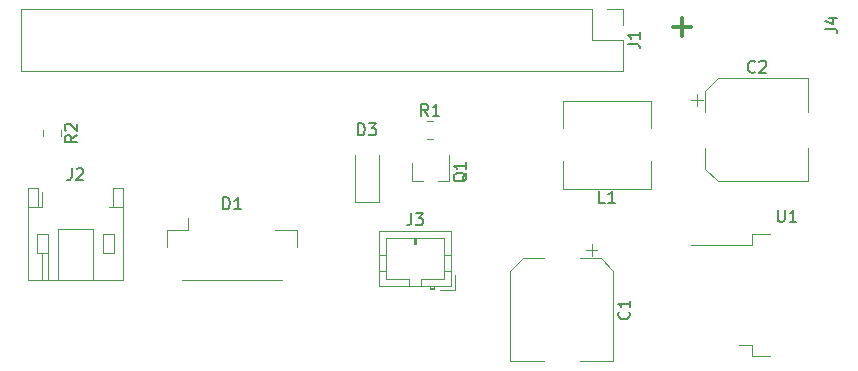
<source format=gbr>
%TF.GenerationSoftware,KiCad,Pcbnew,5.1.7*%
%TF.CreationDate,2020-11-04T07:04:29+03:00*%
%TF.ProjectId,rpi2_hls_lfcd2,72706932-5f68-46c7-935f-6c666364322e,rev?*%
%TF.SameCoordinates,Original*%
%TF.FileFunction,Legend,Top*%
%TF.FilePolarity,Positive*%
%FSLAX46Y46*%
G04 Gerber Fmt 4.6, Leading zero omitted, Abs format (unit mm)*
G04 Created by KiCad (PCBNEW 5.1.7) date 2020-11-04 07:04:29*
%MOMM*%
%LPD*%
G01*
G04 APERTURE LIST*
%ADD10C,0.300000*%
%ADD11C,0.120000*%
%ADD12C,0.150000*%
G04 APERTURE END LIST*
D10*
X198628095Y-71262857D02*
X200151904Y-71262857D01*
X199390000Y-72024761D02*
X199390000Y-70500952D01*
D11*
%TO.C,J3*%
X180160000Y-93550000D02*
X180160000Y-92300000D01*
X178910000Y-93550000D02*
X180160000Y-93550000D01*
X176800000Y-89140000D02*
X176800000Y-89640000D01*
X176700000Y-89640000D02*
X176700000Y-89140000D01*
X176900000Y-89640000D02*
X176700000Y-89640000D01*
X176900000Y-89140000D02*
X176900000Y-89640000D01*
X173740000Y-90640000D02*
X174350000Y-90640000D01*
X173740000Y-91940000D02*
X174350000Y-91940000D01*
X179860000Y-90640000D02*
X179250000Y-90640000D01*
X179860000Y-91940000D02*
X179250000Y-91940000D01*
X176300000Y-92640000D02*
X176300000Y-93250000D01*
X174350000Y-92640000D02*
X176300000Y-92640000D01*
X174350000Y-89140000D02*
X174350000Y-92640000D01*
X179250000Y-89140000D02*
X174350000Y-89140000D01*
X179250000Y-92640000D02*
X179250000Y-89140000D01*
X177300000Y-92640000D02*
X179250000Y-92640000D01*
X177300000Y-93250000D02*
X177300000Y-92640000D01*
X178100000Y-93350000D02*
X178400000Y-93350000D01*
X178400000Y-93450000D02*
X178400000Y-93250000D01*
X178100000Y-93450000D02*
X178400000Y-93450000D01*
X178100000Y-93250000D02*
X178100000Y-93450000D01*
X173740000Y-93250000D02*
X179860000Y-93250000D01*
X173740000Y-88530000D02*
X173740000Y-93250000D01*
X179860000Y-88530000D02*
X173740000Y-88530000D01*
X179860000Y-93250000D02*
X179860000Y-88530000D01*
%TO.C,J2*%
X145190000Y-86500000D02*
X145190000Y-85285000D01*
X145250000Y-90460000D02*
X145250000Y-92720000D01*
X145750000Y-90460000D02*
X145750000Y-92720000D01*
X150350000Y-88860000D02*
X151350000Y-88860000D01*
X150350000Y-90460000D02*
X150350000Y-88860000D01*
X151350000Y-90460000D02*
X150350000Y-90460000D01*
X151350000Y-88860000D02*
X151350000Y-90460000D01*
X145750000Y-88860000D02*
X144750000Y-88860000D01*
X145750000Y-90460000D02*
X145750000Y-88860000D01*
X144750000Y-90460000D02*
X145750000Y-90460000D01*
X144750000Y-88860000D02*
X144750000Y-90460000D01*
X152110000Y-86500000D02*
X151190000Y-86500000D01*
X143990000Y-86500000D02*
X144910000Y-86500000D01*
X149550000Y-88360000D02*
X149550000Y-92720000D01*
X146550000Y-88360000D02*
X149550000Y-88360000D01*
X146550000Y-92720000D02*
X146550000Y-88360000D01*
X151190000Y-86500000D02*
X150910000Y-86500000D01*
X151190000Y-84900000D02*
X151190000Y-86500000D01*
X152110000Y-84900000D02*
X151190000Y-84900000D01*
X152110000Y-92720000D02*
X152110000Y-84900000D01*
X143990000Y-92720000D02*
X152110000Y-92720000D01*
X143990000Y-84900000D02*
X143990000Y-92720000D01*
X144910000Y-84900000D02*
X143990000Y-84900000D01*
X144910000Y-86500000D02*
X144910000Y-84900000D01*
X145190000Y-86500000D02*
X144910000Y-86500000D01*
%TO.C,C2*%
X200640000Y-77000000D02*
X200640000Y-78000000D01*
X200140000Y-77500000D02*
X201140000Y-77500000D01*
X201380000Y-83305563D02*
X202444437Y-84370000D01*
X201380000Y-76714437D02*
X202444437Y-75650000D01*
X201380000Y-76714437D02*
X201380000Y-78500000D01*
X201380000Y-83305563D02*
X201380000Y-81520000D01*
X202444437Y-84370000D02*
X210100000Y-84370000D01*
X202444437Y-75650000D02*
X210100000Y-75650000D01*
X210100000Y-75650000D02*
X210100000Y-78500000D01*
X210100000Y-84370000D02*
X210100000Y-81520000D01*
%TO.C,J1*%
X194370000Y-69790000D02*
X194370000Y-71120000D01*
X193040000Y-69790000D02*
X194370000Y-69790000D01*
X194370000Y-72390000D02*
X194370000Y-74990000D01*
X191770000Y-72390000D02*
X194370000Y-72390000D01*
X191770000Y-69790000D02*
X191770000Y-72390000D01*
X194370000Y-74990000D02*
X143450000Y-74990000D01*
X191770000Y-69790000D02*
X143450000Y-69790000D01*
X143450000Y-69790000D02*
X143450000Y-74990000D01*
%TO.C,U1*%
X205330000Y-98230000D02*
X204230000Y-98230000D01*
X205330000Y-99180000D02*
X205330000Y-98230000D01*
X206830000Y-99180000D02*
X205330000Y-99180000D01*
X205330000Y-89730000D02*
X200205000Y-89730000D01*
X205330000Y-88780000D02*
X205330000Y-89730000D01*
X206830000Y-88780000D02*
X205330000Y-88780000D01*
%TO.C,R2*%
X145315000Y-80052936D02*
X145315000Y-80507064D01*
X146785000Y-80052936D02*
X146785000Y-80507064D01*
%TO.C,R1*%
X177842936Y-80745000D02*
X178297064Y-80745000D01*
X177842936Y-79275000D02*
X178297064Y-79275000D01*
%TO.C,Q1*%
X176540000Y-84310000D02*
X176540000Y-82850000D01*
X179700000Y-84310000D02*
X179700000Y-82150000D01*
X179700000Y-84310000D02*
X178770000Y-84310000D01*
X176540000Y-84310000D02*
X177470000Y-84310000D01*
%TO.C,L1*%
X189340000Y-84980000D02*
X189340000Y-82680000D01*
X196740000Y-84980000D02*
X189340000Y-84980000D01*
X196740000Y-82680000D02*
X196740000Y-84980000D01*
X196740000Y-77580000D02*
X196740000Y-79880000D01*
X189340000Y-77580000D02*
X196740000Y-77580000D01*
X189340000Y-79880000D02*
X189340000Y-77580000D01*
%TO.C,D3*%
X171720000Y-86070000D02*
X171720000Y-82170000D01*
X173720000Y-86070000D02*
X173720000Y-82170000D01*
X171720000Y-86070000D02*
X173720000Y-86070000D01*
%TO.C,D1*%
X157075000Y-92730000D02*
X165505000Y-92730000D01*
X166775000Y-88460000D02*
X164975000Y-88460000D01*
X166775000Y-89910000D02*
X166775000Y-88460000D01*
X157605000Y-88460000D02*
X157605000Y-87470000D01*
X155805000Y-88460000D02*
X157605000Y-88460000D01*
X155805000Y-89910000D02*
X155805000Y-88460000D01*
%TO.C,C1*%
X192240000Y-90150000D02*
X191240000Y-90150000D01*
X191740000Y-89650000D02*
X191740000Y-90650000D01*
X185934437Y-90890000D02*
X184870000Y-91954437D01*
X192525563Y-90890000D02*
X193590000Y-91954437D01*
X192525563Y-90890000D02*
X190740000Y-90890000D01*
X185934437Y-90890000D02*
X187720000Y-90890000D01*
X184870000Y-91954437D02*
X184870000Y-99610000D01*
X193590000Y-91954437D02*
X193590000Y-99610000D01*
X193590000Y-99610000D02*
X190740000Y-99610000D01*
X184870000Y-99610000D02*
X187720000Y-99610000D01*
%TO.C,J4*%
D12*
X211542380Y-71453333D02*
X212256666Y-71453333D01*
X212399523Y-71500952D01*
X212494761Y-71596190D01*
X212542380Y-71739047D01*
X212542380Y-71834285D01*
X211875714Y-70548571D02*
X212542380Y-70548571D01*
X211494761Y-70786666D02*
X212209047Y-71024761D01*
X212209047Y-70405714D01*
%TO.C,J3*%
X176466666Y-87082380D02*
X176466666Y-87796666D01*
X176419047Y-87939523D01*
X176323809Y-88034761D01*
X176180952Y-88082380D01*
X176085714Y-88082380D01*
X176847619Y-87082380D02*
X177466666Y-87082380D01*
X177133333Y-87463333D01*
X177276190Y-87463333D01*
X177371428Y-87510952D01*
X177419047Y-87558571D01*
X177466666Y-87653809D01*
X177466666Y-87891904D01*
X177419047Y-87987142D01*
X177371428Y-88034761D01*
X177276190Y-88082380D01*
X176990476Y-88082380D01*
X176895238Y-88034761D01*
X176847619Y-87987142D01*
%TO.C,J2*%
X147716666Y-83262380D02*
X147716666Y-83976666D01*
X147669047Y-84119523D01*
X147573809Y-84214761D01*
X147430952Y-84262380D01*
X147335714Y-84262380D01*
X148145238Y-83357619D02*
X148192857Y-83310000D01*
X148288095Y-83262380D01*
X148526190Y-83262380D01*
X148621428Y-83310000D01*
X148669047Y-83357619D01*
X148716666Y-83452857D01*
X148716666Y-83548095D01*
X148669047Y-83690952D01*
X148097619Y-84262380D01*
X148716666Y-84262380D01*
%TO.C,C2*%
X205573333Y-75067142D02*
X205525714Y-75114761D01*
X205382857Y-75162380D01*
X205287619Y-75162380D01*
X205144761Y-75114761D01*
X205049523Y-75019523D01*
X205001904Y-74924285D01*
X204954285Y-74733809D01*
X204954285Y-74590952D01*
X205001904Y-74400476D01*
X205049523Y-74305238D01*
X205144761Y-74210000D01*
X205287619Y-74162380D01*
X205382857Y-74162380D01*
X205525714Y-74210000D01*
X205573333Y-74257619D01*
X205954285Y-74257619D02*
X206001904Y-74210000D01*
X206097142Y-74162380D01*
X206335238Y-74162380D01*
X206430476Y-74210000D01*
X206478095Y-74257619D01*
X206525714Y-74352857D01*
X206525714Y-74448095D01*
X206478095Y-74590952D01*
X205906666Y-75162380D01*
X206525714Y-75162380D01*
%TO.C,J1*%
X194822380Y-72723333D02*
X195536666Y-72723333D01*
X195679523Y-72770952D01*
X195774761Y-72866190D01*
X195822380Y-73009047D01*
X195822380Y-73104285D01*
X195822380Y-71723333D02*
X195822380Y-72294761D01*
X195822380Y-72009047D02*
X194822380Y-72009047D01*
X194965238Y-72104285D01*
X195060476Y-72199523D01*
X195108095Y-72294761D01*
%TO.C,U1*%
X207518095Y-86782380D02*
X207518095Y-87591904D01*
X207565714Y-87687142D01*
X207613333Y-87734761D01*
X207708571Y-87782380D01*
X207899047Y-87782380D01*
X207994285Y-87734761D01*
X208041904Y-87687142D01*
X208089523Y-87591904D01*
X208089523Y-86782380D01*
X209089523Y-87782380D02*
X208518095Y-87782380D01*
X208803809Y-87782380D02*
X208803809Y-86782380D01*
X208708571Y-86925238D01*
X208613333Y-87020476D01*
X208518095Y-87068095D01*
%TO.C,R2*%
X148152380Y-80446666D02*
X147676190Y-80780000D01*
X148152380Y-81018095D02*
X147152380Y-81018095D01*
X147152380Y-80637142D01*
X147200000Y-80541904D01*
X147247619Y-80494285D01*
X147342857Y-80446666D01*
X147485714Y-80446666D01*
X147580952Y-80494285D01*
X147628571Y-80541904D01*
X147676190Y-80637142D01*
X147676190Y-81018095D01*
X147247619Y-80065714D02*
X147200000Y-80018095D01*
X147152380Y-79922857D01*
X147152380Y-79684761D01*
X147200000Y-79589523D01*
X147247619Y-79541904D01*
X147342857Y-79494285D01*
X147438095Y-79494285D01*
X147580952Y-79541904D01*
X148152380Y-80113333D01*
X148152380Y-79494285D01*
%TO.C,R1*%
X177903333Y-78812380D02*
X177570000Y-78336190D01*
X177331904Y-78812380D02*
X177331904Y-77812380D01*
X177712857Y-77812380D01*
X177808095Y-77860000D01*
X177855714Y-77907619D01*
X177903333Y-78002857D01*
X177903333Y-78145714D01*
X177855714Y-78240952D01*
X177808095Y-78288571D01*
X177712857Y-78336190D01*
X177331904Y-78336190D01*
X178855714Y-78812380D02*
X178284285Y-78812380D01*
X178570000Y-78812380D02*
X178570000Y-77812380D01*
X178474761Y-77955238D01*
X178379523Y-78050476D01*
X178284285Y-78098095D01*
%TO.C,Q1*%
X181167619Y-83645238D02*
X181120000Y-83740476D01*
X181024761Y-83835714D01*
X180881904Y-83978571D01*
X180834285Y-84073809D01*
X180834285Y-84169047D01*
X181072380Y-84121428D02*
X181024761Y-84216666D01*
X180929523Y-84311904D01*
X180739047Y-84359523D01*
X180405714Y-84359523D01*
X180215238Y-84311904D01*
X180120000Y-84216666D01*
X180072380Y-84121428D01*
X180072380Y-83930952D01*
X180120000Y-83835714D01*
X180215238Y-83740476D01*
X180405714Y-83692857D01*
X180739047Y-83692857D01*
X180929523Y-83740476D01*
X181024761Y-83835714D01*
X181072380Y-83930952D01*
X181072380Y-84121428D01*
X181072380Y-82740476D02*
X181072380Y-83311904D01*
X181072380Y-83026190D02*
X180072380Y-83026190D01*
X180215238Y-83121428D01*
X180310476Y-83216666D01*
X180358095Y-83311904D01*
%TO.C,L1*%
X192873333Y-86182380D02*
X192397142Y-86182380D01*
X192397142Y-85182380D01*
X193730476Y-86182380D02*
X193159047Y-86182380D01*
X193444761Y-86182380D02*
X193444761Y-85182380D01*
X193349523Y-85325238D01*
X193254285Y-85420476D01*
X193159047Y-85468095D01*
%TO.C,D3*%
X171981904Y-80462380D02*
X171981904Y-79462380D01*
X172220000Y-79462380D01*
X172362857Y-79510000D01*
X172458095Y-79605238D01*
X172505714Y-79700476D01*
X172553333Y-79890952D01*
X172553333Y-80033809D01*
X172505714Y-80224285D01*
X172458095Y-80319523D01*
X172362857Y-80414761D01*
X172220000Y-80462380D01*
X171981904Y-80462380D01*
X172886666Y-79462380D02*
X173505714Y-79462380D01*
X173172380Y-79843333D01*
X173315238Y-79843333D01*
X173410476Y-79890952D01*
X173458095Y-79938571D01*
X173505714Y-80033809D01*
X173505714Y-80271904D01*
X173458095Y-80367142D01*
X173410476Y-80414761D01*
X173315238Y-80462380D01*
X173029523Y-80462380D01*
X172934285Y-80414761D01*
X172886666Y-80367142D01*
%TO.C,D1*%
X160551904Y-86722380D02*
X160551904Y-85722380D01*
X160790000Y-85722380D01*
X160932857Y-85770000D01*
X161028095Y-85865238D01*
X161075714Y-85960476D01*
X161123333Y-86150952D01*
X161123333Y-86293809D01*
X161075714Y-86484285D01*
X161028095Y-86579523D01*
X160932857Y-86674761D01*
X160790000Y-86722380D01*
X160551904Y-86722380D01*
X162075714Y-86722380D02*
X161504285Y-86722380D01*
X161790000Y-86722380D02*
X161790000Y-85722380D01*
X161694761Y-85865238D01*
X161599523Y-85960476D01*
X161504285Y-86008095D01*
%TO.C,C1*%
X194887142Y-95416666D02*
X194934761Y-95464285D01*
X194982380Y-95607142D01*
X194982380Y-95702380D01*
X194934761Y-95845238D01*
X194839523Y-95940476D01*
X194744285Y-95988095D01*
X194553809Y-96035714D01*
X194410952Y-96035714D01*
X194220476Y-95988095D01*
X194125238Y-95940476D01*
X194030000Y-95845238D01*
X193982380Y-95702380D01*
X193982380Y-95607142D01*
X194030000Y-95464285D01*
X194077619Y-95416666D01*
X194982380Y-94464285D02*
X194982380Y-95035714D01*
X194982380Y-94750000D02*
X193982380Y-94750000D01*
X194125238Y-94845238D01*
X194220476Y-94940476D01*
X194268095Y-95035714D01*
%TD*%
M02*

</source>
